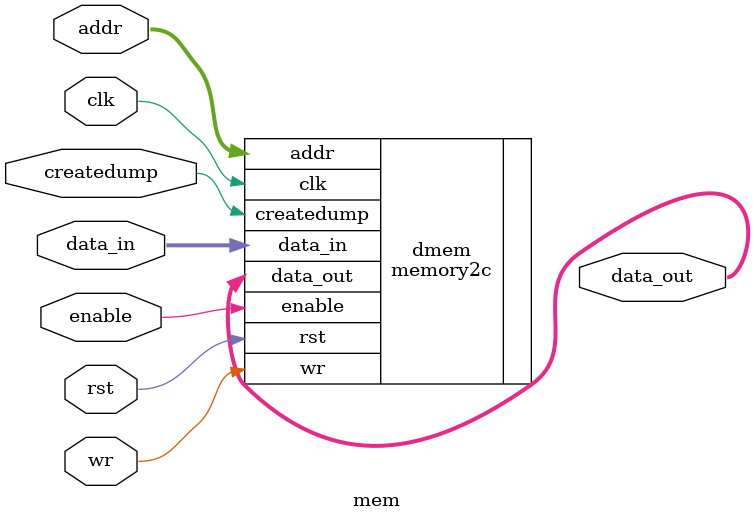
<source format=v>
module mem(
          //Inputs
          clk, rst, data_in, addr, enable, wr, createdump,
          //Outputs
          data_out
          );
  
  //proc inputs
  input clk, rst;
  //id inputs
  input enable, wr, createdump;
  input [15:0] data_in;
  //ex inputs
  input [15:0] addr;
  
  output [15:0] data_out;
  
  memory2c dmem(
                  //Inputs
                  .data_in(data_in), .addr(addr), .enable(enable), .wr(wr), 
                  .createdump(createdump), .clk(clk), .rst(rst),
                  //Outputs
                  .data_out(data_out)
                  );
  
endmodule
</source>
